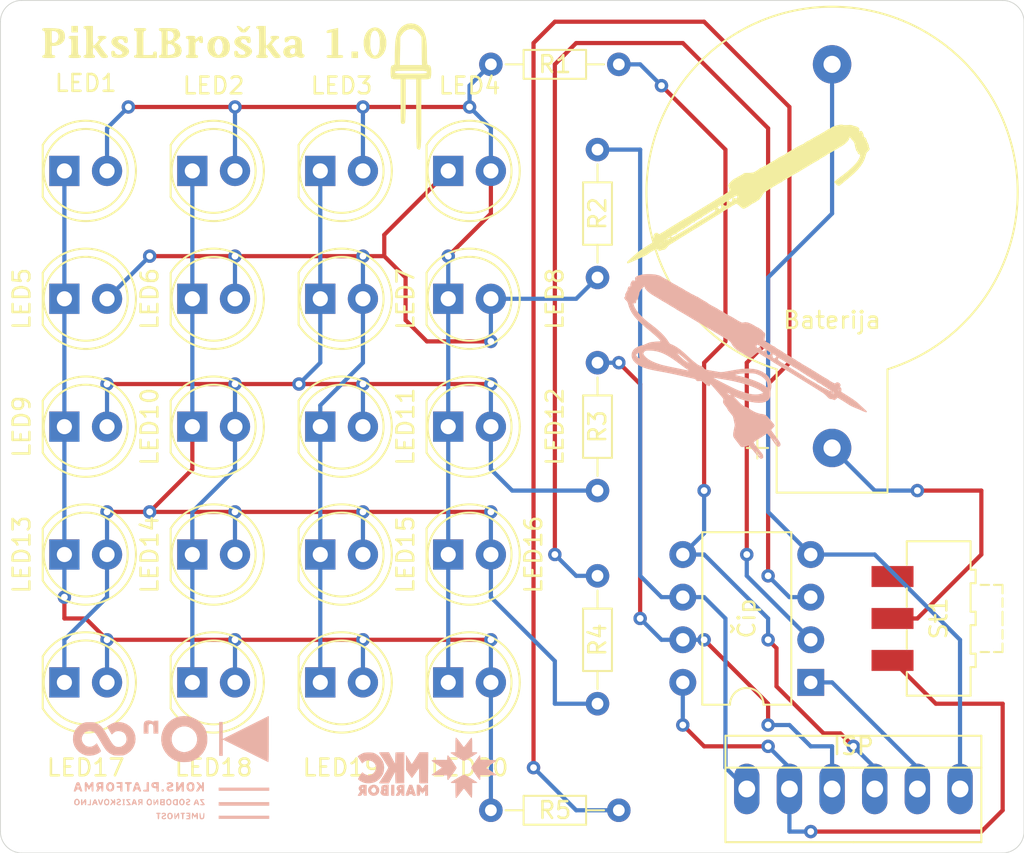
<source format=kicad_pcb>
(kicad_pcb (version 20171130) (host pcbnew "(5.1.6)-1")
  (title_block (title test1))
  (layers (0 F.Cu signal) (31 B.Cu signal) (34 B.Paste user) (35 F.Paste user) (36 B.SilkS user) (37 F.SilkS user) (38 B.Mask user) (39 F.Mask user) (44 Edge.Cuts user))
  (net 0 "")
  (net 1 MISO)
  (net 2 VCC)
  (net 3 SCK)
  (net 4 MOSI)
  (net 5 RST)
  (net 6 GND)
  (net 7 "Net-(LED1-Pad1)")
  (net 8 "Net-(LED1-Pad2)")
  (net 9 "Net-(LED10-Pad1)")
  (net 10 "Net-(LED10-Pad2)")
  (net 11 "Net-(LED11-Pad1)")
  (net 12 PB3)
  (net 13 PB4)
  (module spajkalnik:spajkalnik2 (layer F.Cu) (at 171.45 88.9)
    (fp_text reference G*** hide)
    (fp_text value LOGO hide)
  )
  (module spajkalnik:spajkalnik (layer F.Cu) (at 171.45 97.79)
    (fp_text reference G*** hide)
    (fp_text value LOGO hide)
  )
  (module spajkalnik:led1 (layer F.Cu) (at 151.13 81.28)
    (fp_text reference G*** hide)
    (fp_text value LOGO hide)
  )
  (module testboard:testboardfotprintkons (layer F.Cu) (at 137.16 121.92)
    (fp_text reference G*** hide)
    (fp_text value LOGO hide)
  )
  (module spajkalnik:napis (layer F.Cu) (at 139.7 78.74)
    (fp_text reference G*** hide)
    (fp_text value LOGO hide)
  )
  (module logo2:logo2 (layer F.Cu) (at 152.4 121.92)
    (fp_text reference G*** hide)
    (fp_text value LOGO hide)
  )
  (module Housings_DIP:DIP-8_W7.62mm (layer F.Cu) (at 175.26 116.84 180)
    (fp_text reference Čip (at 3.81 3.81 90) (layer F.SilkS))
    (fp_text value ATtiny85V-10PU)
    (pad 1 thru_hole rect (at 0 0 180) (size 1.6 1.6) (drill 0.8) (layers *.Cu *.Mask) (net 5 RST))
    (pad 5 thru_hole oval (at 7.62 7.62 180) (size 1.6 1.6) (drill 0.8) (layers *.Cu *.Mask) (net 4 MOSI))
    (pad 2 thru_hole oval (at 0 2.54 180) (size 1.6 1.6) (drill 0.8) (layers *.Cu *.Mask) (net 12 PB3))
    (pad 6 thru_hole oval (at 7.62 5.08 180) (size 1.6 1.6) (drill 0.8) (layers *.Cu *.Mask) (net 1 MISO))
    (pad 3 thru_hole oval (at 0 5.08 180) (size 1.6 1.6) (drill 0.8) (layers *.Cu *.Mask) (net 13 PB4))
    (pad 7 thru_hole oval (at 7.62 2.54 180) (size 1.6 1.6) (drill 0.8) (layers *.Cu *.Mask) (net 3 SCK))
    (pad 4 thru_hole oval (at 0 7.62 180) (size 1.6 1.6) (drill 0.8) (layers *.Cu *.Mask) (net 6 GND))
    (pad 8 thru_hole oval (at 7.62 0 180) (size 1.6 1.6) (drill 0.8) (layers *.Cu *.Mask) (net 2 VCC))
  )
  (module Connectors:CR2032H (layer F.Cu) (at 176.53 102.87 270)
    (fp_text reference Baterija (at -7.62 0 180) (layer F.SilkS))
    (fp_text value BT1)
    (pad 2 thru_hole circle (at -22.86 0 270) (size 2.29 2.29) (drill 1.02) (layers *.Cu *.Mask) (net 6 GND))
    (pad 1 thru_hole circle (at 0 0 270) (size 2.29 2.29) (drill 1.02) (layers *.Cu *.Mask) (net 2 VCC))
  )
  (module Buttons_Switches_SMD:SW_SPDT_CK-JS102011SAQN (layer F.Cu) (at 182.88 113.03 90)
    (fp_text reference St1 (at 0 0 90) (layer F.SilkS))
    (fp_text value SW_DIP_x01)
    (pad 1 smd rect (at -2.5 -2.75 90) (size 1.25 2.5) (layers F.Cu F.Paste F.Mask) (net 2 VCC))
    (pad 2 smd rect (at 0 -2.75 90) (size 1.25 2.5) (layers F.Cu F.Paste F.Mask) (net 2 VCC))
    (pad 3 smd rect (at 2.5 -2.75 90) (size 1.25 2.5) (layers F.Cu F.Paste F.Mask))
    (pad "" np_thru_hole circle (at -3.4 0 90) (size 0.9 0.9) (drill 0.9) (layers *.Cu *.Mask))
    (pad "" np_thru_hole circle (at 3.4 0 90) (size 0.9 0.9) (drill 0.9) (layers *.Cu *.Mask))
  )
  (module Resistors_THT:R_Axial_DIN0204_L3.6mm_D1.6mm_P7.62mm_Horizontal (layer F.Cu) (at 163.83 124.46 180)
    (fp_text reference R5 (at 3.81 0) (layer F.SilkS))
    (fp_text value 100)
    (pad 1 thru_hole circle (at 0 0 180) (size 1.4 1.4) (drill 0.7) (layers *.Cu *.Mask) (net 13 PB4))
    (pad 2 thru_hole oval (at 7.62 0 180) (size 1.4 1.4) (drill 0.7) (layers *.Cu *.Mask) (net 7 "Net-(LED1-Pad1)"))
  )
  (module Resistors_THT:R_Axial_DIN0204_L3.6mm_D1.6mm_P7.62mm_Horizontal (layer F.Cu) (at 162.56 110.49 270)
    (fp_text reference R4 (at 3.81 0 90) (layer F.SilkS))
    (fp_text value 100)
    (pad 1 thru_hole circle (at 0 0 270) (size 1.4 1.4) (drill 0.7) (layers *.Cu *.Mask) (net 12 PB3))
    (pad 2 thru_hole oval (at 7.62 0 270) (size 1.4 1.4) (drill 0.7) (layers *.Cu *.Mask) (net 9 "Net-(LED10-Pad1)"))
  )
  (module Resistors_THT:R_Axial_DIN0204_L3.6mm_D1.6mm_P7.62mm_Horizontal (layer F.Cu) (at 162.56 97.79 270)
    (fp_text reference R3 (at 3.81 0 90) (layer F.SilkS))
    (fp_text value 100)
    (pad 1 thru_hole circle (at 0 0 270) (size 1.4 1.4) (drill 0.7) (layers *.Cu *.Mask) (net 3 SCK))
    (pad 2 thru_hole oval (at 7.62 0 270) (size 1.4 1.4) (drill 0.7) (layers *.Cu *.Mask) (net 10 "Net-(LED10-Pad2)"))
  )
  (module Resistors_THT:R_Axial_DIN0204_L3.6mm_D1.6mm_P7.62mm_Horizontal (layer F.Cu) (at 162.56 85.09 270)
    (fp_text reference R2 (at 3.81 0 90) (layer F.SilkS))
    (fp_text value 100)
    (pad 1 thru_hole circle (at 0 0 270) (size 1.4 1.4) (drill 0.7) (layers *.Cu *.Mask) (net 1 MISO))
    (pad 2 thru_hole oval (at 7.62 0 270) (size 1.4 1.4) (drill 0.7) (layers *.Cu *.Mask) (net 11 "Net-(LED11-Pad1)"))
  )
  (module Resistors_THT:R_Axial_DIN0204_L3.6mm_D1.6mm_P7.62mm_Horizontal (layer F.Cu) (at 163.83 80.01 180)
    (fp_text reference R1 (at 3.81 0) (layer F.SilkS))
    (fp_text value 100)
    (pad 1 thru_hole circle (at 0 0 180) (size 1.4 1.4) (drill 0.7) (layers *.Cu *.Mask) (net 4 MOSI))
    (pad 2 thru_hole oval (at 7.62 0 180) (size 1.4 1.4) (drill 0.7) (layers *.Cu *.Mask) (net 8 "Net-(LED1-Pad2)"))
  )
  (module LEDs:LED_D5.0mm (layer F.Cu) (at 153.67 116.84)
    (fp_text reference LED20 (at 1.27 5.08) (layer F.SilkS))
    (fp_text value 5mm)
    (pad 1 thru_hole rect (at 0 0) (size 1.8 1.8) (drill 0.9) (layers *.Cu *.Mask) (net 8 "Net-(LED1-Pad2)"))
    (pad 2 thru_hole circle (at 2.54 0) (size 1.8 1.8) (drill 0.9) (layers *.Cu *.Mask) (net 7 "Net-(LED1-Pad1)"))
  )
  (module LEDs:LED_D5.0mm (layer F.Cu) (at 146.05 116.84)
    (fp_text reference LED19 (at 1.27 5.08) (layer F.SilkS))
    (fp_text value 5mm)
    (pad 1 thru_hole rect (at 0 0) (size 1.8 1.8) (drill 0.9) (layers *.Cu *.Mask) (net 11 "Net-(LED11-Pad1)"))
    (pad 2 thru_hole circle (at 2.54 0) (size 1.8 1.8) (drill 0.9) (layers *.Cu *.Mask) (net 7 "Net-(LED1-Pad1)"))
  )
  (module LEDs:LED_D5.0mm (layer F.Cu) (at 138.43 116.84)
    (fp_text reference LED18 (at 1.27 5.08) (layer F.SilkS))
    (fp_text value 5mm)
    (pad 1 thru_hole rect (at 0 0) (size 1.8 1.8) (drill 0.9) (layers *.Cu *.Mask) (net 10 "Net-(LED10-Pad2)"))
    (pad 2 thru_hole circle (at 2.54 0) (size 1.8 1.8) (drill 0.9) (layers *.Cu *.Mask) (net 7 "Net-(LED1-Pad1)"))
  )
  (module LEDs:LED_D5.0mm (layer F.Cu) (at 130.81 116.84)
    (fp_text reference LED17 (at 1.27 5.08 180) (layer F.SilkS))
    (fp_text value 5mm)
    (pad 1 thru_hole rect (at 0 0) (size 1.8 1.8) (drill 0.9) (layers *.Cu *.Mask) (net 9 "Net-(LED10-Pad1)"))
    (pad 2 thru_hole circle (at 2.54 0) (size 1.8 1.8) (drill 0.9) (layers *.Cu *.Mask) (net 7 "Net-(LED1-Pad1)"))
  )
  (module LEDs:LED_D5.0mm (layer F.Cu) (at 153.67 109.22)
    (fp_text reference LED16 (at 5.08 0 90) (layer F.SilkS))
    (fp_text value 5mm)
    (pad 1 thru_hole rect (at 0 0) (size 1.8 1.8) (drill 0.9) (layers *.Cu *.Mask) (net 8 "Net-(LED1-Pad2)"))
    (pad 2 thru_hole circle (at 2.54 0) (size 1.8 1.8) (drill 0.9) (layers *.Cu *.Mask) (net 9 "Net-(LED10-Pad1)"))
  )
  (module LEDs:LED_D5.0mm (layer F.Cu) (at 146.05 109.22)
    (fp_text reference LED15 (at 5.08 0 90) (layer F.SilkS))
    (fp_text value 5mm)
    (pad 1 thru_hole rect (at 0 0) (size 1.8 1.8) (drill 0.9) (layers *.Cu *.Mask) (net 11 "Net-(LED11-Pad1)"))
    (pad 2 thru_hole circle (at 2.54 0) (size 1.8 1.8) (drill 0.9) (layers *.Cu *.Mask) (net 9 "Net-(LED10-Pad1)"))
  )
  (module LEDs:LED_D5.0mm (layer F.Cu) (at 138.43 109.22)
    (fp_text reference LED14 (at -2.54 0 90) (layer F.SilkS))
    (fp_text value 5mm)
    (pad 1 thru_hole rect (at 0 0) (size 1.8 1.8) (drill 0.9) (layers *.Cu *.Mask) (net 10 "Net-(LED10-Pad2)"))
    (pad 2 thru_hole circle (at 2.54 0) (size 1.8 1.8) (drill 0.9) (layers *.Cu *.Mask) (net 9 "Net-(LED10-Pad1)"))
  )
  (module LEDs:LED_D5.0mm (layer F.Cu) (at 130.81 109.22)
    (fp_text reference LED13 (at -2.54 0 90) (layer F.SilkS))
    (fp_text value 5mm)
    (pad 1 thru_hole rect (at 0 0) (size 1.8 1.8) (drill 0.9) (layers *.Cu *.Mask) (net 7 "Net-(LED1-Pad1)"))
    (pad 2 thru_hole circle (at 2.54 0) (size 1.8 1.8) (drill 0.9) (layers *.Cu *.Mask) (net 9 "Net-(LED10-Pad1)"))
  )
  (module LEDs:LED_D5.0mm (layer F.Cu) (at 153.67 101.6)
    (fp_text reference LED12 (at 6.35 0 90) (layer F.SilkS))
    (fp_text value 5mm)
    (pad 1 thru_hole rect (at 0 0) (size 1.8 1.8) (drill 0.9) (layers *.Cu *.Mask) (net 8 "Net-(LED1-Pad2)"))
    (pad 2 thru_hole circle (at 2.54 0) (size 1.8 1.8) (drill 0.9) (layers *.Cu *.Mask) (net 10 "Net-(LED10-Pad2)"))
  )
  (module LEDs:LED_D5.0mm (layer F.Cu) (at 146.05 101.6)
    (fp_text reference LED11 (at 5.08 0 90) (layer F.SilkS))
    (fp_text value 5mm)
    (pad 1 thru_hole rect (at 0 0) (size 1.8 1.8) (drill 0.9) (layers *.Cu *.Mask) (net 11 "Net-(LED11-Pad1)"))
    (pad 2 thru_hole circle (at 2.54 0) (size 1.8 1.8) (drill 0.9) (layers *.Cu *.Mask) (net 10 "Net-(LED10-Pad2)"))
  )
  (module LEDs:LED_D5.0mm (layer F.Cu) (at 138.43 101.6)
    (fp_text reference LED10 (at -2.54 0 90) (layer F.SilkS))
    (fp_text value 5mm)
    (pad 1 thru_hole rect (at 0 0) (size 1.8 1.8) (drill 0.9) (layers *.Cu *.Mask) (net 9 "Net-(LED10-Pad1)"))
    (pad 2 thru_hole circle (at 2.54 0) (size 1.8 1.8) (drill 0.9) (layers *.Cu *.Mask) (net 10 "Net-(LED10-Pad2)"))
  )
  (module LEDs:LED_D5.0mm (layer F.Cu) (at 130.81 101.6)
    (fp_text reference LED9 (at -2.54 0 90) (layer F.SilkS))
    (fp_text value 5mm)
    (pad 1 thru_hole rect (at 0 0) (size 1.8 1.8) (drill 0.9) (layers *.Cu *.Mask) (net 7 "Net-(LED1-Pad1)"))
    (pad 2 thru_hole circle (at 2.54 0) (size 1.8 1.8) (drill 0.9) (layers *.Cu *.Mask) (net 10 "Net-(LED10-Pad2)"))
  )
  (module LEDs:LED_D5.0mm (layer F.Cu) (at 153.67 93.98)
    (fp_text reference LED8 (at 6.35 0 90) (layer F.SilkS))
    (fp_text value 5mm)
    (pad 1 thru_hole rect (at 0 0) (size 1.8 1.8) (drill 0.9) (layers *.Cu *.Mask) (net 8 "Net-(LED1-Pad2)"))
    (pad 2 thru_hole circle (at 2.54 0) (size 1.8 1.8) (drill 0.9) (layers *.Cu *.Mask) (net 11 "Net-(LED11-Pad1)"))
  )
  (module LEDs:LED_D5.0mm (layer F.Cu) (at 146.05 93.98)
    (fp_text reference LED7 (at 5.08 0 90) (layer F.SilkS))
    (fp_text value 5mm)
    (pad 1 thru_hole rect (at 0 0) (size 1.8 1.8) (drill 0.9) (layers *.Cu *.Mask) (net 10 "Net-(LED10-Pad2)"))
    (pad 2 thru_hole circle (at 2.54 0) (size 1.8 1.8) (drill 0.9) (layers *.Cu *.Mask) (net 11 "Net-(LED11-Pad1)"))
  )
  (module LEDs:LED_D5.0mm (layer F.Cu) (at 138.43 93.98)
    (fp_text reference LED6 (at -2.54 0 90) (layer F.SilkS))
    (fp_text value 5mm)
    (pad 1 thru_hole rect (at 0 0) (size 1.8 1.8) (drill 0.9) (layers *.Cu *.Mask) (net 9 "Net-(LED10-Pad1)"))
    (pad 2 thru_hole circle (at 2.54 0) (size 1.8 1.8) (drill 0.9) (layers *.Cu *.Mask) (net 11 "Net-(LED11-Pad1)"))
  )
  (module LEDs:LED_D5.0mm (layer F.Cu) (at 130.81 93.98)
    (fp_text reference LED5 (at -2.54 0 90) (layer F.SilkS))
    (fp_text value 5mm)
    (pad 1 thru_hole rect (at 0 0) (size 1.8 1.8) (drill 0.9) (layers *.Cu *.Mask) (net 7 "Net-(LED1-Pad1)"))
    (pad 2 thru_hole circle (at 2.54 0) (size 1.8 1.8) (drill 0.9) (layers *.Cu *.Mask) (net 11 "Net-(LED11-Pad1)"))
  )
  (module LEDs:LED_D5.0mm (layer F.Cu) (at 153.67 86.36)
    (fp_text reference LED4 (at 1.27 -5.08) (layer F.SilkS))
    (fp_text value 5mm)
    (pad 1 thru_hole rect (at 0 0) (size 1.8 1.8) (drill 0.9) (layers *.Cu *.Mask) (net 11 "Net-(LED11-Pad1)"))
    (pad 2 thru_hole circle (at 2.54 0) (size 1.8 1.8) (drill 0.9) (layers *.Cu *.Mask) (net 8 "Net-(LED1-Pad2)"))
  )
  (module LEDs:LED_D5.0mm (layer F.Cu) (at 146.05 86.36)
    (fp_text reference LED3 (at 1.27 -5.08) (layer F.SilkS))
    (fp_text value 5mm)
    (pad 1 thru_hole rect (at 0 0) (size 1.8 1.8) (drill 0.9) (layers *.Cu *.Mask) (net 10 "Net-(LED10-Pad2)"))
    (pad 2 thru_hole circle (at 2.54 0) (size 1.8 1.8) (drill 0.9) (layers *.Cu *.Mask) (net 8 "Net-(LED1-Pad2)"))
  )
  (module LEDs:LED_D5.0mm (layer F.Cu) (at 138.43 86.36)
    (fp_text reference LED2 (at 1.27 -5.08) (layer F.SilkS))
    (fp_text value 5mm)
    (pad 1 thru_hole rect (at 0 0) (size 1.8 1.8) (drill 0.9) (layers *.Cu *.Mask) (net 9 "Net-(LED10-Pad1)"))
    (pad 2 thru_hole circle (at 2.54 0) (size 1.8 1.8) (drill 0.9) (layers *.Cu *.Mask) (net 8 "Net-(LED1-Pad2)"))
  )
  (module LEDs:LED_D5.0mm (layer F.Cu) (at 130.81 86.36)
    (fp_text reference LED1 (at 1.27 -5.23) (layer F.SilkS))
    (fp_text value 5mm)
    (pad 1 thru_hole rect (at 0 0) (size 1.8 1.8) (drill 0.9) (layers *.Cu *.Mask) (net 7 "Net-(LED1-Pad1)"))
    (pad 2 thru_hole circle (at 2.54 0) (size 1.8 1.8) (drill 0.9) (layers *.Cu *.Mask) (net 8 "Net-(LED1-Pad2)"))
  )
  (module Connectors:PINHEAD1-6 (layer F.Cu) (at 171.45 123.19)
    (fp_text reference ISP (at 6.35 -2.54) (layer F.SilkS))
    (fp_text value "6 pin connector ISP")
    (pad 1 thru_hole oval (at 0 0) (size 1.51 3.01) (drill 1) (layers *.Cu *.Mask) (net 1 MISO))
    (pad 2 thru_hole oval (at 2.54 0) (size 1.51 3.01) (drill 1) (layers *.Cu *.Mask) (net 2 VCC))
    (pad 3 thru_hole oval (at 5.08 0) (size 1.51 3.01) (drill 1) (layers *.Cu *.Mask) (net 3 SCK))
    (pad 4 thru_hole oval (at 7.62 0) (size 1.51 3.01) (drill 1) (layers *.Cu *.Mask) (net 4 MOSI))
    (pad 5 thru_hole oval (at 10.16 0) (size 1.51 3.01) (drill 1) (layers *.Cu *.Mask) (net 5 RST))
    (pad 6 thru_hole oval (at 12.7 0) (size 1.51 3.01) (drill 1) (layers *.Cu *.Mask) (net 6 GND))
  )
  (gr_line (start 127 125.73) (end 127 77.47) (layer Edge.Cuts) (width 0.05))
  (gr_line (start 186.69 127) (end 128.27 127) (layer Edge.Cuts) (width 0.05))
  (gr_line (start 187.96 77.47) (end 187.96 125.73) (layer Edge.Cuts) (width 0.05))
  (gr_line (start 128.27 76.2) (end 186.69 76.2) (layer Edge.Cuts) (width 0.05))
  (gr_arc (start 128.27 125.73) (end 127 125.73) (angle -90) (layer Edge.Cuts) (width 0.05))
  (gr_arc (start 186.69 125.73) (end 186.69 127) (angle -90) (layer Edge.Cuts) (width 0.05))
  (gr_arc (start 186.69 77.47) (end 187.96 77.47) (angle -90) (layer Edge.Cuts) (width 0.05))
  (gr_arc (start 128.27 77.47) (end 128.27 76.2) (angle -90) (layer Edge.Cuts) (width 0.05))
  (segment (start 162.56 85.09) (end 165.1 85.09) (width 0.25) (layer B.Cu) (net 1))
  (segment (start 165.1 85.09) (end 165.1 110.49) (width 0.25) (layer B.Cu) (net 1))
  (segment (start 165.1 110.49) (end 166.37 111.76) (width 0.25) (layer B.Cu) (net 1))
  (segment (start 166.37 111.76) (end 167.64 111.76) (width 0.25) (layer B.Cu) (net 1))
  (segment (start 170.18 121.92) (end 171.45 123.19) (width 0.25) (layer B.Cu) (net 1))
  (segment (start 170.18 113.03) (end 170.18 121.92) (width 0.25) (layer B.Cu) (net 1))
  (segment (start 167.64 111.76) (end 168.91 111.76) (width 0.25) (layer B.Cu) (net 1))
  (segment (start 168.91 111.76) (end 170.18 113.03) (width 0.25) (layer B.Cu) (net 1))
  (segment (start 167.64 119.38) (end 168.91 120.65) (width 0.25) (layer F.Cu) (net 2))
  (segment (start 168.91 120.65) (end 172.72 120.65) (width 0.25) (layer F.Cu) (net 2))
  (segment (start 185.42 125.73) (end 186.69 124.46) (width 0.25) (layer F.Cu) (net 2))
  (segment (start 186.69 124.46) (end 186.69 118.11) (width 0.25) (layer F.Cu) (net 2))
  (segment (start 182.71 118.11) (end 180.13 115.53) (width 0.25) (layer F.Cu) (net 2))
  (segment (start 186.69 118.11) (end 182.71 118.11) (width 0.25) (layer F.Cu) (net 2))
  (segment (start 180.13 113.03) (end 181.61 113.03) (width 0.25) (layer F.Cu) (net 2))
  (segment (start 181.61 113.03) (end 185.42 109.22) (width 0.25) (layer F.Cu) (net 2))
  (segment (start 185.42 109.22) (end 185.42 105.41) (width 0.25) (layer F.Cu) (net 2))
  (segment (start 185.42 105.41) (end 181.61 105.41) (width 0.25) (layer F.Cu) (net 2))
  (via (at 181.61 105.41) (size 0.8) (drill 0.4) (layers F.Cu B.Cu) (net 2))
  (segment (start 175.26 125.73) (end 185.42 125.73) (width 0.25) (layer F.Cu) (net 2))
  (via (at 175.26 125.73) (size 0.8) (drill 0.4) (layers F.Cu B.Cu) (net 2))
  (segment (start 173.99 125.73) (end 173.99 123.19) (width 0.25) (layer B.Cu) (net 2))
  (segment (start 175.26 125.73) (end 173.99 125.73) (width 0.25) (layer B.Cu) (net 2))
  (segment (start 167.64 119.38) (end 167.64 119.38) (width 0.25) (layer F.Cu) (net 2))
  (via (at 167.64 119.38) (size 0.8) (drill 0.4) (layers F.Cu B.Cu) (net 2))
  (segment (start 167.64 116.84) (end 167.64 119.38) (width 0.25) (layer B.Cu) (net 2))
  (segment (start 172.72 120.65) (end 172.72 120.65) (width 0.25) (layer F.Cu) (net 2))
  (via (at 172.72 120.65) (size 0.8) (drill 0.4) (layers F.Cu B.Cu) (net 2))
  (segment (start 172.72 120.65) (end 173.99 121.92) (width 0.25) (layer B.Cu) (net 2))
  (segment (start 173.99 121.92) (end 173.99 123.19) (width 0.25) (layer B.Cu) (net 2))
  (segment (start 179.07 105.41) (end 176.53 102.87) (width 0.25) (layer B.Cu) (net 2))
  (segment (start 181.61 105.41) (end 179.07 105.41) (width 0.25) (layer B.Cu) (net 2))
  (segment (start 163.83 97.79) (end 165.1 99.06) (width 0.25) (layer F.Cu) (net 3))
  (segment (start 165.1 99.06) (end 165.1 113.03) (width 0.25) (layer F.Cu) (net 3))
  (segment (start 172.72 119.38) (end 172.72 119.38) (width 0.25) (layer F.Cu) (net 3))
  (segment (start 163.83 97.79) (end 163.83 97.79) (width 0.25) (layer F.Cu) (net 3))
  (via (at 163.83 97.79) (size 0.8) (drill 0.4) (layers F.Cu B.Cu) (net 3))
  (segment (start 162.56 97.79) (end 163.83 97.79) (width 0.25) (layer B.Cu) (net 3))
  (via (at 172.72 119.38) (size 0.8) (drill 0.4) (layers F.Cu B.Cu) (net 3))
  (segment (start 176.53 123.19) (end 176.53 120.65) (width 0.25) (layer B.Cu) (net 3))
  (segment (start 176.53 120.65) (end 175.26 120.65) (width 0.25) (layer B.Cu) (net 3))
  (segment (start 175.26 120.65) (end 173.99 119.38) (width 0.25) (layer B.Cu) (net 3))
  (segment (start 173.99 119.38) (end 172.72 119.38) (width 0.25) (layer B.Cu) (net 3))
  (via (at 168.91 114.3) (size 0.8) (drill 0.4) (layers F.Cu B.Cu) (net 3))
  (segment (start 167.64 114.3) (end 168.91 114.3) (width 0.25) (layer B.Cu) (net 3))
  (segment (start 165.1 113.03) (end 165.1 113.03) (width 0.25) (layer F.Cu) (net 3))
  (via (at 165.1 113.03) (size 0.8) (drill 0.4) (layers F.Cu B.Cu) (net 3))
  (segment (start 165.1 113.03) (end 166.37 114.3) (width 0.25) (layer B.Cu) (net 3))
  (segment (start 166.37 114.3) (end 167.64 114.3) (width 0.25) (layer B.Cu) (net 3))
  (segment (start 172.72 118.11) (end 172.72 119.38) (width 0.25) (layer F.Cu) (net 3))
  (segment (start 168.91 114.3) (end 172.72 118.11) (width 0.25) (layer F.Cu) (net 3))
  (segment (start 168.91 97.79) (end 168.91 105.41) (width 0.25) (layer F.Cu) (net 4))
  (segment (start 170.18 85.09) (end 170.18 96.52) (width 0.25) (layer F.Cu) (net 4))
  (segment (start 170.18 96.52) (end 168.91 97.79) (width 0.25) (layer F.Cu) (net 4))
  (segment (start 167.64 109.22) (end 168.91 109.22) (width 0.25) (layer B.Cu) (net 4))
  (segment (start 168.91 109.22) (end 172.72 113.03) (width 0.25) (layer B.Cu) (net 4))
  (segment (start 172.72 113.03) (end 172.72 114.3) (width 0.25) (layer B.Cu) (net 4))
  (segment (start 166.37 81.28) (end 170.18 85.09) (width 0.25) (layer F.Cu) (net 4))
  (via (at 166.37 81.28) (size 0.8) (drill 0.4) (layers F.Cu B.Cu) (net 4))
  (segment (start 163.83 80.01) (end 165.1 80.01) (width 0.25) (layer B.Cu) (net 4))
  (segment (start 165.1 80.01) (end 166.37 81.28) (width 0.25) (layer B.Cu) (net 4))
  (via (at 177.8 120.65) (size 0.8) (drill 0.4) (layers F.Cu B.Cu) (net 4))
  (via (at 172.72 114.3) (size 0.8) (drill 0.4) (layers F.Cu B.Cu) (net 4))
  (segment (start 179.07 121.92) (end 177.8 120.65) (width 0.25) (layer B.Cu) (net 4))
  (segment (start 179.07 123.19) (end 179.07 121.92) (width 0.25) (layer B.Cu) (net 4))
  (segment (start 176.025008 119.88001) (end 173.22001 117.075012) (width 0.25) (layer F.Cu) (net 4))
  (segment (start 173.22001 117.075012) (end 173.22001 114.80001) (width 0.25) (layer F.Cu) (net 4))
  (segment (start 177.8 120.65) (end 177.03001 119.88001) (width 0.25) (layer F.Cu) (net 4))
  (segment (start 177.03001 119.88001) (end 176.025008 119.88001) (width 0.25) (layer F.Cu) (net 4))
  (segment (start 173.22001 114.80001) (end 172.72 114.3) (width 0.25) (layer F.Cu) (net 4))
  (via (at 168.91 105.41) (size 0.8) (drill 0.4) (layers F.Cu B.Cu) (net 4))
  (segment (start 168.91 107.95) (end 167.64 109.22) (width 0.25) (layer B.Cu) (net 4))
  (segment (start 168.91 105.41) (end 168.91 107.95) (width 0.25) (layer B.Cu) (net 4))
  (segment (start 181.61 123.19) (end 181.61 121.92) (width 0.25) (layer B.Cu) (net 5))
  (segment (start 176.53 116.84) (end 175.26 116.84) (width 0.25) (layer B.Cu) (net 5))
  (segment (start 181.61 121.92) (end 176.53 116.84) (width 0.25) (layer B.Cu) (net 5))
  (segment (start 176.53 80.01) (end 176.53 88.9) (width 0.25) (layer B.Cu) (net 6))
  (segment (start 176.53 88.9) (end 172.72 92.71) (width 0.25) (layer B.Cu) (net 6))
  (segment (start 172.72 106.68) (end 175.26 109.22) (width 0.25) (layer B.Cu) (net 6))
  (segment (start 172.72 92.71) (end 172.72 106.68) (width 0.25) (layer B.Cu) (net 6))
  (segment (start 175.26 109.22) (end 179.07 109.22) (width 0.25) (layer B.Cu) (net 6))
  (segment (start 179.07 109.22) (end 184.15 114.3) (width 0.25) (layer B.Cu) (net 6))
  (segment (start 184.15 114.3) (end 184.15 123.19) (width 0.25) (layer B.Cu) (net 6))
  (segment (start 133.35 114.3) (end 140.97 114.3) (width 0.25) (layer F.Cu) (net 7))
  (segment (start 140.97 114.3) (end 140.97 114.3) (width 0.25) (layer F.Cu) (net 7))
  (segment (start 140.97 114.3) (end 148.59 114.3) (width 0.25) (layer F.Cu) (net 7))
  (segment (start 148.59 114.3) (end 156.21 114.3) (width 0.25) (layer F.Cu) (net 7))
  (segment (start 130.81 86.36) (end 130.81 93.98) (width 0.25) (layer B.Cu) (net 7))
  (segment (start 130.81 93.98) (end 130.81 101.6) (width 0.25) (layer B.Cu) (net 7))
  (segment (start 130.81 101.6) (end 130.81 109.22) (width 0.25) (layer B.Cu) (net 7))
  (segment (start 156.21 116.84) (end 156.21 124.46) (width 0.25) (layer B.Cu) (net 7))
  (segment (start 133.35 114.3) (end 133.35 114.3) (width 0.25) (layer F.Cu) (net 7))
  (via (at 133.35 114.3) (size 0.8) (drill 0.4) (layers F.Cu B.Cu) (net 7))
  (segment (start 130.81 111.76) (end 130.81 113.03) (width 0.25) (layer F.Cu) (net 7))
  (via (at 130.81 111.76) (size 0.8) (drill 0.4) (layers F.Cu B.Cu) (net 7))
  (via (at 140.97 114.3) (size 0.8) (drill 0.4) (layers F.Cu B.Cu) (net 7))
  (segment (start 148.59 114.3) (end 148.59 114.3) (width 0.25) (layer F.Cu) (net 7))
  (via (at 148.59 114.3) (size 0.8) (drill 0.4) (layers F.Cu B.Cu) (net 7))
  (segment (start 156.21 114.3) (end 156.21 114.3) (width 0.25) (layer F.Cu) (net 7))
  (via (at 156.21 114.3) (size 0.8) (drill 0.4) (layers F.Cu B.Cu) (net 7))
  (segment (start 130.81 109.22) (end 130.81 111.76) (width 0.25) (layer B.Cu) (net 7))
  (segment (start 133.35 116.84) (end 133.35 114.3) (width 0.25) (layer B.Cu) (net 7))
  (segment (start 140.97 116.84) (end 140.97 114.3) (width 0.25) (layer B.Cu) (net 7))
  (segment (start 148.59 116.84) (end 148.59 114.3) (width 0.25) (layer B.Cu) (net 7))
  (segment (start 156.21 116.84) (end 156.21 114.3) (width 0.25) (layer B.Cu) (net 7))
  (segment (start 132.08 113.03) (end 133.35 114.3) (width 0.25) (layer F.Cu) (net 7))
  (segment (start 130.81 113.03) (end 132.08 113.03) (width 0.25) (layer F.Cu) (net 7))
  (segment (start 134.62 82.55) (end 140.97 82.55) (width 0.25) (layer F.Cu) (net 8))
  (segment (start 140.97 82.55) (end 140.97 82.55) (width 0.25) (layer F.Cu) (net 8))
  (segment (start 148.59 82.55) (end 148.59 82.55) (width 0.25) (layer F.Cu) (net 8))
  (segment (start 154.94 82.55) (end 154.94 82.55) (width 0.25) (layer F.Cu) (net 8))
  (segment (start 153.67 93.98) (end 153.67 101.6) (width 0.25) (layer B.Cu) (net 8))
  (segment (start 153.67 101.6) (end 153.67 109.22) (width 0.25) (layer B.Cu) (net 8))
  (segment (start 153.67 109.22) (end 153.67 116.84) (width 0.25) (layer B.Cu) (net 8))
  (segment (start 156.21 86.36) (end 156.21 88.9) (width 0.25) (layer F.Cu) (net 8))
  (segment (start 153.67 91.44) (end 153.67 91.44) (width 0.25) (layer F.Cu) (net 8))
  (segment (start 156.21 88.9) (end 153.67 91.44) (width 0.25) (layer F.Cu) (net 8))
  (segment (start 134.62 82.55) (end 134.62 82.55) (width 0.25) (layer F.Cu) (net 8))
  (via (at 134.62 82.55) (size 0.8) (drill 0.4) (layers F.Cu B.Cu) (net 8))
  (segment (start 140.97 82.55) (end 148.59 82.55) (width 0.25) (layer F.Cu) (net 8))
  (via (at 140.97 82.55) (size 0.8) (drill 0.4) (layers F.Cu B.Cu) (net 8))
  (segment (start 148.59 82.55) (end 154.94 82.55) (width 0.25) (layer F.Cu) (net 8))
  (via (at 148.59 82.55) (size 0.8) (drill 0.4) (layers F.Cu B.Cu) (net 8))
  (via (at 154.94 82.55) (size 0.8) (drill 0.4) (layers F.Cu B.Cu) (net 8))
  (segment (start 133.35 83.82) (end 134.62 82.55) (width 0.25) (layer B.Cu) (net 8))
  (segment (start 133.35 86.36) (end 133.35 83.82) (width 0.25) (layer B.Cu) (net 8))
  (segment (start 140.97 86.36) (end 140.97 82.55) (width 0.25) (layer B.Cu) (net 8))
  (segment (start 148.59 86.36) (end 148.59 82.55) (width 0.25) (layer B.Cu) (net 8))
  (segment (start 156.21 83.82) (end 154.94 82.55) (width 0.25) (layer B.Cu) (net 8))
  (segment (start 156.21 86.36) (end 156.21 83.82) (width 0.25) (layer B.Cu) (net 8))
  (via (at 153.67 91.44) (size 0.8) (drill 0.4) (layers F.Cu B.Cu) (net 8))
  (segment (start 153.67 93.98) (end 153.67 91.44) (width 0.25) (layer B.Cu) (net 8))
  (segment (start 154.94 81.28) (end 156.21 80.01) (width 0.25) (layer B.Cu) (net 8))
  (segment (start 154.94 82.55) (end 154.94 81.28) (width 0.25) (layer B.Cu) (net 8))
  (segment (start 133.35 106.68) (end 135.89 106.68) (width 0.25) (layer F.Cu) (net 9))
  (segment (start 138.43 104.14) (end 135.89 106.68) (width 0.25) (layer F.Cu) (net 9))
  (segment (start 138.43 101.6) (end 138.43 104.14) (width 0.25) (layer F.Cu) (net 9))
  (segment (start 135.89 106.68) (end 140.97 106.68) (width 0.25) (layer F.Cu) (net 9))
  (segment (start 140.97 106.68) (end 140.97 106.68) (width 0.25) (layer F.Cu) (net 9))
  (segment (start 148.59 106.68) (end 156.21 106.68) (width 0.25) (layer F.Cu) (net 9))
  (segment (start 133.35 109.22) (end 133.35 111.76) (width 0.25) (layer B.Cu) (net 9))
  (segment (start 130.81 114.3) (end 130.81 116.84) (width 0.25) (layer B.Cu) (net 9))
  (segment (start 133.35 111.76) (end 130.81 114.3) (width 0.25) (layer B.Cu) (net 9))
  (segment (start 138.43 86.36) (end 138.43 93.98) (width 0.25) (layer B.Cu) (net 9))
  (segment (start 138.43 93.98) (end 138.43 101.6) (width 0.25) (layer B.Cu) (net 9))
  (segment (start 160.02 118.11) (end 162.56 118.11) (width 0.25) (layer B.Cu) (net 9))
  (segment (start 156.21 109.22) (end 156.21 111.76) (width 0.25) (layer B.Cu) (net 9))
  (segment (start 160.02 115.57) (end 160.02 118.11) (width 0.25) (layer B.Cu) (net 9))
  (segment (start 156.21 111.76) (end 160.02 115.57) (width 0.25) (layer B.Cu) (net 9))
  (segment (start 133.35 106.68) (end 133.35 106.68) (width 0.25) (layer F.Cu) (net 9))
  (via (at 133.35 106.68) (size 0.8) (drill 0.4) (layers F.Cu B.Cu) (net 9))
  (segment (start 135.89 106.68) (end 135.89 106.68) (width 0.25) (layer F.Cu) (net 9))
  (via (at 135.89 106.68) (size 0.8) (drill 0.4) (layers F.Cu B.Cu) (net 9))
  (segment (start 140.97 106.68) (end 148.59 106.68) (width 0.25) (layer F.Cu) (net 9))
  (via (at 140.97 106.68) (size 0.8) (drill 0.4) (layers F.Cu B.Cu) (net 9))
  (segment (start 148.59 106.68) (end 148.59 106.68) (width 0.25) (layer F.Cu) (net 9))
  (via (at 148.59 106.68) (size 0.8) (drill 0.4) (layers F.Cu B.Cu) (net 9))
  (segment (start 156.21 106.68) (end 156.21 106.68) (width 0.25) (layer F.Cu) (net 9))
  (via (at 156.21 106.68) (size 0.8) (drill 0.4) (layers F.Cu B.Cu) (net 9))
  (segment (start 133.35 109.22) (end 133.35 106.68) (width 0.25) (layer B.Cu) (net 9))
  (segment (start 140.97 109.22) (end 140.97 106.68) (width 0.25) (layer B.Cu) (net 9))
  (segment (start 148.59 109.22) (end 148.59 106.68) (width 0.25) (layer B.Cu) (net 9))
  (segment (start 156.21 109.22) (end 156.21 106.68) (width 0.25) (layer B.Cu) (net 9))
  (segment (start 133.35 99.06) (end 140.97 99.06) (width 0.25) (layer F.Cu) (net 10))
  (segment (start 140.97 99.06) (end 140.97 99.06) (width 0.25) (layer F.Cu) (net 10))
  (segment (start 144.78 99.06) (end 148.59 99.06) (width 0.25) (layer F.Cu) (net 10))
  (segment (start 148.59 99.06) (end 148.59 99.06) (width 0.25) (layer F.Cu) (net 10))
  (segment (start 146.05 86.36) (end 146.05 93.98) (width 0.25) (layer B.Cu) (net 10))
  (segment (start 140.97 101.6) (end 140.97 104.14) (width 0.25) (layer B.Cu) (net 10))
  (segment (start 138.43 106.68) (end 138.43 109.22) (width 0.25) (layer B.Cu) (net 10))
  (segment (start 140.97 104.14) (end 138.43 106.68) (width 0.25) (layer B.Cu) (net 10))
  (segment (start 138.43 109.22) (end 138.43 116.84) (width 0.25) (layer B.Cu) (net 10))
  (segment (start 156.21 101.6) (end 156.21 104.14) (width 0.25) (layer B.Cu) (net 10))
  (segment (start 157.48 105.41) (end 162.56 105.41) (width 0.25) (layer B.Cu) (net 10))
  (segment (start 156.21 104.14) (end 157.48 105.41) (width 0.25) (layer B.Cu) (net 10))
  (segment (start 133.35 99.06) (end 133.35 99.06) (width 0.25) (layer F.Cu) (net 10))
  (via (at 133.35 99.06) (size 0.8) (drill 0.4) (layers F.Cu B.Cu) (net 10))
  (segment (start 140.97 99.06) (end 144.78 99.06) (width 0.25) (layer F.Cu) (net 10))
  (via (at 140.97 99.06) (size 0.8) (drill 0.4) (layers F.Cu B.Cu) (net 10))
  (segment (start 144.78 99.06) (end 144.78 99.06) (width 0.25) (layer F.Cu) (net 10))
  (via (at 144.78 99.06) (size 0.8) (drill 0.4) (layers F.Cu B.Cu) (net 10))
  (segment (start 148.59 99.06) (end 156.21 99.06) (width 0.25) (layer F.Cu) (net 10))
  (via (at 148.59 99.06) (size 0.8) (drill 0.4) (layers F.Cu B.Cu) (net 10))
  (segment (start 156.21 99.06) (end 156.21 99.06) (width 0.25) (layer F.Cu) (net 10))
  (via (at 156.21 99.06) (size 0.8) (drill 0.4) (layers F.Cu B.Cu) (net 10))
  (segment (start 133.35 101.6) (end 133.35 99.06) (width 0.25) (layer B.Cu) (net 10))
  (segment (start 140.97 101.6) (end 140.97 99.06) (width 0.25) (layer B.Cu) (net 10))
  (segment (start 146.05 97.79) (end 144.78 99.06) (width 0.25) (layer B.Cu) (net 10))
  (segment (start 146.05 93.98) (end 146.05 97.79) (width 0.25) (layer B.Cu) (net 10))
  (segment (start 148.59 99.06) (end 148.59 101.6) (width 0.25) (layer B.Cu) (net 10))
  (segment (start 156.21 99.06) (end 156.21 101.6) (width 0.25) (layer B.Cu) (net 10))
  (segment (start 135.89 91.44) (end 140.97 91.44) (width 0.25) (layer F.Cu) (net 11))
  (segment (start 140.97 91.44) (end 140.97 91.44) (width 0.25) (layer F.Cu) (net 11))
  (segment (start 148.59 91.44) (end 148.59 91.44) (width 0.25) (layer F.Cu) (net 11))
  (segment (start 148.59 91.44) (end 149.86 91.44) (width 0.25) (layer F.Cu) (net 11))
  (segment (start 149.86 91.44) (end 151.13 92.71) (width 0.25) (layer F.Cu) (net 11))
  (segment (start 151.13 92.71) (end 151.13 95.25) (width 0.25) (layer F.Cu) (net 11))
  (segment (start 151.13 95.25) (end 152.4 96.52) (width 0.25) (layer F.Cu) (net 11))
  (segment (start 152.4 96.52) (end 156.21 96.52) (width 0.25) (layer F.Cu) (net 11))
  (segment (start 149.86 90.17) (end 153.67 86.36) (width 0.25) (layer F.Cu) (net 11))
  (segment (start 149.86 91.44) (end 149.86 90.17) (width 0.25) (layer F.Cu) (net 11))
  (segment (start 148.59 93.98) (end 148.59 97.79) (width 0.25) (layer B.Cu) (net 11))
  (segment (start 146.05 100.33) (end 146.05 101.6) (width 0.25) (layer B.Cu) (net 11))
  (segment (start 148.59 97.79) (end 146.05 100.33) (width 0.25) (layer B.Cu) (net 11))
  (segment (start 146.05 101.6) (end 146.05 109.22) (width 0.25) (layer B.Cu) (net 11))
  (segment (start 146.05 109.22) (end 146.05 116.84) (width 0.25) (layer B.Cu) (net 11))
  (segment (start 161.29 93.98) (end 162.56 92.71) (width 0.25) (layer B.Cu) (net 11))
  (segment (start 156.21 93.98) (end 161.29 93.98) (width 0.25) (layer B.Cu) (net 11))
  (segment (start 135.89 91.44) (end 135.89 91.44) (width 0.25) (layer F.Cu) (net 11))
  (via (at 135.89 91.44) (size 0.8) (drill 0.4) (layers F.Cu B.Cu) (net 11))
  (segment (start 140.97 91.44) (end 148.59 91.44) (width 0.25) (layer F.Cu) (net 11))
  (via (at 140.97 91.44) (size 0.8) (drill 0.4) (layers F.Cu B.Cu) (net 11))
  (via (at 148.59 91.44) (size 0.8) (drill 0.4) (layers F.Cu B.Cu) (net 11))
  (segment (start 156.21 96.52) (end 156.21 96.52) (width 0.25) (layer F.Cu) (net 11))
  (via (at 156.21 96.52) (size 0.8) (drill 0.4) (layers F.Cu B.Cu) (net 11))
  (segment (start 133.35 93.98) (end 135.89 91.44) (width 0.25) (layer B.Cu) (net 11))
  (segment (start 140.97 93.98) (end 140.97 91.44) (width 0.25) (layer B.Cu) (net 11))
  (segment (start 148.59 93.98) (end 148.59 91.44) (width 0.25) (layer B.Cu) (net 11))
  (segment (start 156.21 93.98) (end 156.21 96.52) (width 0.25) (layer B.Cu) (net 11))
  (segment (start 171.45 97.79) (end 171.45 109.22) (width 0.25) (layer F.Cu) (net 12))
  (segment (start 172.72 96.52) (end 171.45 97.79) (width 0.25) (layer F.Cu) (net 12))
  (segment (start 167.64 78.74) (end 172.72 83.82) (width 0.25) (layer F.Cu) (net 12))
  (segment (start 172.72 83.82) (end 172.72 96.52) (width 0.25) (layer F.Cu) (net 12))
  (segment (start 160.02 109.22) (end 160.02 80.01) (width 0.25) (layer F.Cu) (net 12))
  (segment (start 160.02 80.01) (end 161.29 78.74) (width 0.25) (layer F.Cu) (net 12))
  (segment (start 161.29 78.74) (end 167.64 78.74) (width 0.25) (layer F.Cu) (net 12))
  (segment (start 160.02 109.22) (end 160.02 109.22) (width 0.25) (layer F.Cu) (net 12))
  (via (at 160.02 109.22) (size 0.8) (drill 0.4) (layers F.Cu B.Cu) (net 12))
  (segment (start 161.29 110.49) (end 160.02 109.22) (width 0.25) (layer B.Cu) (net 12))
  (segment (start 162.56 110.49) (end 161.29 110.49) (width 0.25) (layer B.Cu) (net 12))
  (via (at 171.45 109.22) (size 0.8) (drill 0.4) (layers F.Cu B.Cu) (net 12))
  (segment (start 175.26 114.3) (end 171.45 110.49) (width 0.25) (layer B.Cu) (net 12))
  (segment (start 171.45 110.49) (end 171.45 109.22) (width 0.25) (layer B.Cu) (net 12))
  (segment (start 173.99 97.79) (end 172.72 99.06) (width 0.25) (layer F.Cu) (net 13))
  (segment (start 172.72 110.49) (end 172.72 110.49) (width 0.25) (layer F.Cu) (net 13))
  (segment (start 173.99 82.55) (end 173.99 97.79) (width 0.25) (layer F.Cu) (net 13))
  (segment (start 168.91 77.47) (end 173.99 82.55) (width 0.25) (layer F.Cu) (net 13))
  (segment (start 158.75 121.92) (end 158.75 78.74) (width 0.25) (layer F.Cu) (net 13))
  (segment (start 160.02 77.47) (end 168.91 77.47) (width 0.25) (layer F.Cu) (net 13))
  (segment (start 172.72 99.06) (end 172.72 110.49) (width 0.25) (layer F.Cu) (net 13))
  (segment (start 158.75 78.74) (end 160.02 77.47) (width 0.25) (layer F.Cu) (net 13))
  (segment (start 158.75 121.92) (end 158.75 121.92) (width 0.25) (layer F.Cu) (net 13))
  (via (at 158.75 121.92) (size 0.8) (drill 0.4) (layers F.Cu B.Cu) (net 13))
  (segment (start 161.29 124.46) (end 158.75 121.92) (width 0.25) (layer B.Cu) (net 13))
  (segment (start 163.83 124.46) (end 161.29 124.46) (width 0.25) (layer B.Cu) (net 13))
  (via (at 172.72 110.49) (size 0.8) (drill 0.4) (layers F.Cu B.Cu) (net 13))
  (segment (start 173.99 111.76) (end 172.72 110.49) (width 0.25) (layer B.Cu) (net 13))
  (segment (start 175.26 111.76) (end 173.99 111.76) (width 0.25) (layer B.Cu) (net 13))
)
</source>
